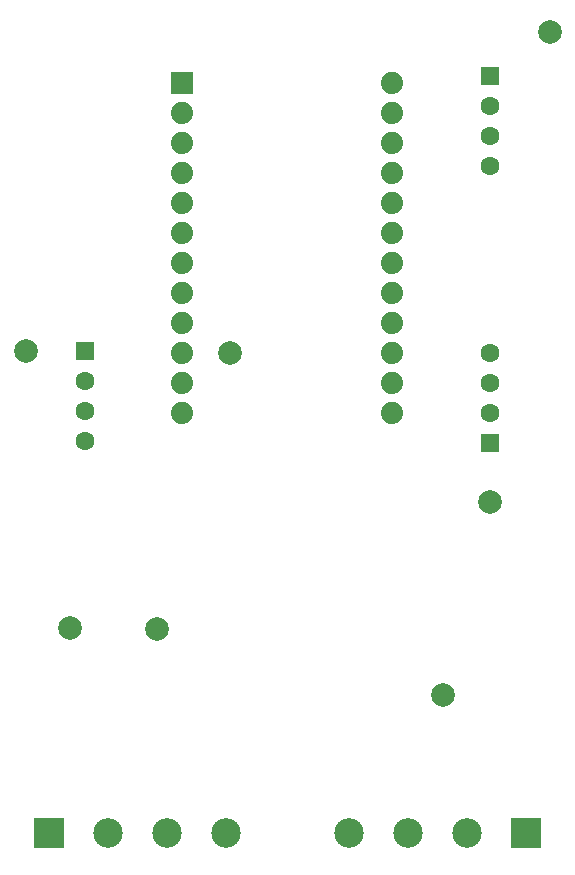
<source format=gbs>
%FSLAX33Y33*%
%MOMM*%
%AMRect-W1600000-H1600000-RO1.000*
21,1,1.6,1.6,0.,0.,180*%
%AMRect-W1879600-H1879600-RO1.000*
21,1,1.8796,1.8796,0.,0.,180*%
%AMRect-W2500000-H2500000-RO1.500*
21,1,2.5,2.5,0.,0.,90*%
%AMRect-W2500000-H2500000-RO0.500*
21,1,2.5,2.5,0.,0.,270*%
%ADD10C,2.*%
%ADD11C,1.6*%
%ADD12Rect-W1600000-H1600000-RO1.000*%
%ADD13C,1.8796*%
%ADD14C,1.8796*%
%ADD15Rect-W1879600-H1879600-RO1.000*%
%ADD16R,1.6X1.6*%
%ADD17C,1.6*%
%ADD18C,2.5*%
%ADD19Rect-W2500000-H2500000-RO1.500*%
%ADD20C,2.5*%
%ADD21Rect-W2500000-H2500000-RO0.500*%
D10*
%LNbottom solder mask_traces*%
G01*
X-18425Y-32125D03*
X-11000Y-32225D03*
X-4850Y-8890D03*
X22250Y18300D03*
X17145Y-21450D03*
X13190Y-37805D03*
X-22150Y-8700D03*
%LNbottom solder mask component 2c45c667da657ff7*%
D11*
X17145Y-13970D03*
X17145Y-11430D03*
X17145Y-8890D03*
D12*
X17145Y-16510D03*
%LNbottom solder mask component 3d5d9854e51a6828*%
D13*
X-8890Y11430D03*
X-8890Y8890D03*
X-8890Y6350D03*
X-8890Y3810D03*
X-8890Y1270D03*
X-8890Y-1270D03*
X-8890Y-3810D03*
X-8890Y-6350D03*
X-8890Y-8890D03*
X-8890Y-11430D03*
X-8890Y-13970D03*
D14*
X8890Y-13970D03*
X8890Y-11430D03*
X8890Y-8890D03*
X8890Y-6350D03*
X8890Y-3810D03*
X8890Y-1270D03*
X8890Y1270D03*
X8890Y3810D03*
X8890Y6350D03*
X8890Y8890D03*
X8890Y11430D03*
X8890Y13970D03*
D15*
X-8890Y13970D03*
%LNbottom solder mask component 6f932e20ef6d6c77*%
D16*
X17145Y14605D03*
D17*
X17145Y12065D03*
X17145Y9525D03*
X17145Y6985D03*
%LNbottom solder mask component f8ca9c4e8fb87baf*%
D18*
X-15200Y-49530D03*
X-10200Y-49530D03*
X-5200Y-49530D03*
D19*
X-20200Y-49530D03*
%LNbottom solder mask component 062dd51c8313847b*%
D20*
X15200Y-49530D03*
X10200Y-49530D03*
X5200Y-49530D03*
D21*
X20200Y-49530D03*
%LNbottom solder mask component 49e19032fee71c5c*%
D16*
X-17100Y-8700D03*
D17*
X-17100Y-11240D03*
X-17100Y-13780D03*
X-17100Y-16320D03*
M02*
</source>
